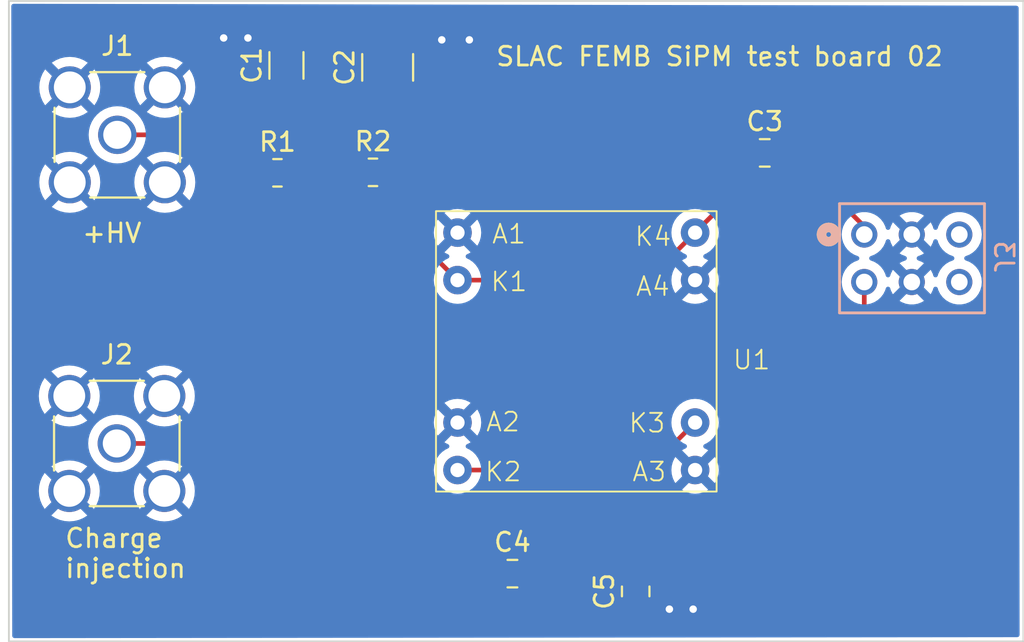
<source format=kicad_pcb>
(kicad_pcb (version 20221018) (generator pcbnew)
  (layers (0 "F.Cu" signal) (31 "B.Cu" signal) (34 "B.Paste" user) (35 "F.Paste" user) (36 "B.SilkS" user "B.Silkscreen") (37 "F.SilkS" user "F.Silkscreen") (38 "B.Mask" user) (39 "F.Mask" user) (44 "Edge.Cuts" user))
  (net 0 "")
  (net 1 "Net-(C1-Pad1)")
  (net 2 "GND")
  (net 3 "Net-(C2-Pad1)")
  (net 4 "Net-(C3-Pad2)")
  (net 5 "Net-(J2-Pin_1)")
  (net 6 "Net-(C4-Pad2)")
  (net 7 "Net-(J1-Pin_1)")
  (footprint "Connector_Coaxial:SMA_Amphenol_132134-11_Vertical" (layer "F.Cu") (at 75.8723 48.1584)
    (fp_text reference "J1" (at 0 -4.75) (layer "F.SilkS"))
    (fp_text value "Conn_01x02_Pin")
    (fp_line (start -3.355 -1.45) (end -3.355 1.45) (stroke (width 0.12)) (layer "F.SilkS"))
    (fp_line (start -1.45 -3.355) (end 1.45 -3.355) (stroke (width 0.12)) (layer "F.SilkS"))
    (fp_line (start -1.45 3.355) (end 1.45 3.355) (stroke (width 0.12)) (layer "F.SilkS"))
    (fp_line (start 3.355 -1.45) (end 3.355 1.45) (stroke (width 0.12)) (layer "F.SilkS"))
    (pad "1" thru_hole circle (at 0 0) (size 2.05 2.05) (drill 1.5) (layers "*.Cu" "*.Mask") (net 7 "Net-(J1-Pin_1)"))
    (pad "2" thru_hole circle (at -2.54 -2.54) (size 2.25 2.25) (drill 1.7) (layers "*.Cu" "*.Mask") (net 2 "GND"))
    (pad "2" thru_hole circle (at -2.54 2.54) (size 2.25 2.25) (drill 1.7) (layers "*.Cu" "*.Mask") (net 2 "GND"))
    (pad "2" thru_hole circle (at 2.54 -2.54) (size 2.25 2.25) (drill 1.7) (layers "*.Cu" "*.Mask") (net 2 "GND"))
    (pad "2" thru_hole circle (at 2.54 2.54) (size 2.25 2.25) (drill 1.7) (layers "*.Cu" "*.Mask") (net 2 "GND"))
  )
  (footprint "Capacitor_SMD:C_1206_3216Metric" (layer "F.Cu") (at 84.9147 44.4464 90)
    (fp_text reference "C1" (at 0 -1.85 90) (layer "F.SilkS"))
    (fp_text value "C")
    (fp_line (start -0.711252 -0.91) (end 0.711252 -0.91) (stroke (width 0.12)) (layer "F.SilkS"))
    (fp_line (start -0.711252 0.91) (end 0.711252 0.91) (stroke (width 0.12)) (layer "F.SilkS"))
    (pad "1" smd roundrect (at -1.475 0 90) (size 1.15 1.8) (layers "F.Cu" "F.Paste" "F.Mask") (roundrect_rratio 0.217391) (net 1 "Net-(C1-Pad1)"))
    (pad "2" smd roundrect (at 1.475 0 90) (size 1.15 1.8) (layers "F.Cu" "F.Paste" "F.Mask") (roundrect_rratio 0.217391) (net 2 "GND"))
  )
  (footprint "Capacitor_SMD:C_1210_3225Metric" (layer "F.Cu") (at 90.3249 44.5498 90)
    (fp_text reference "C2" (at 0 -2.3 90) (layer "F.SilkS"))
    (fp_text value "C")
    (fp_line (start -0.711252 -1.36) (end 0.711252 -1.36) (stroke (width 0.12)) (layer "F.SilkS"))
    (fp_line (start -0.711252 1.36) (end 0.711252 1.36) (stroke (width 0.12)) (layer "F.SilkS"))
    (pad "1" smd roundrect (at -1.475 0 90) (size 1.15 2.7) (layers "F.Cu" "F.Paste" "F.Mask") (roundrect_rratio 0.217391) (net 3 "Net-(C2-Pad1)"))
    (pad "2" smd roundrect (at 1.475 0 90) (size 1.15 2.7) (layers "F.Cu" "F.Paste" "F.Mask") (roundrect_rratio 0.217391) (net 2 "GND"))
  )
  (footprint "Capacitor_SMD:C_0805_2012Metric" (layer "F.Cu") (at 96.9949 71.633)
    (fp_text reference "C4" (at 0 -1.68) (layer "F.SilkS"))
    (fp_text value "Charge injection")
    (fp_line (start -0.261252 -0.735) (end 0.261252 -0.735) (stroke (width 0.12)) (layer "F.SilkS"))
    (fp_line (start -0.261252 0.735) (end 0.261252 0.735) (stroke (width 0.12)) (layer "F.SilkS"))
    (pad "1" smd roundrect (at -0.95 0) (size 1 1.45) (layers "F.Cu" "F.Paste" "F.Mask") (net 5 "Net-(J2-Pin_1)"))
    (pad "2" smd roundrect (at 0.95 0) (size 1 1.45) (layers "F.Cu" "F.Paste" "F.Mask") (net 6 "Net-(C4-Pad2)"))
  )
  (footprint "Capacitor_SMD:C_0805_2012Metric" (layer "F.Cu") (at 103.5837 72.583 90)
    (fp_text reference "C5" (at 0 -1.68 90) (layer "F.SilkS"))
    (fp_text value "C_det")
    (fp_line (start -0.261252 -0.735) (end 0.261252 -0.735) (stroke (width 0.12)) (layer "F.SilkS"))
    (fp_line (start -0.261252 0.735) (end 0.261252 0.735) (stroke (width 0.12)) (layer "F.SilkS"))
    (pad "1" smd roundrect (at -0.95 0 90) (size 1 1.45) (layers "F.Cu" "F.Paste" "F.Mask") (net 2 "GND"))
    (pad "2" smd roundrect (at 0.95 0 90) (size 1 1.45) (layers "F.Cu" "F.Paste" "F.Mask") (net 6 "Net-(C4-Pad2)"))
  )
  (footprint "Capacitor_SMD:C_0805_2012Metric" (layer "F.Cu") (at 110.4823 49.1236)
    (fp_text reference "C3" (at 0 -1.68) (layer "F.SilkS"))
    (fp_text value "Cb")
    (fp_line (start -0.261252 -0.735) (end 0.261252 -0.735) (stroke (width 0.12)) (layer "F.SilkS"))
    (fp_line (start -0.261252 0.735) (end 0.261252 0.735) (stroke (width 0.12)) (layer "F.SilkS"))
    (pad "1" smd roundrect (at -0.95 0) (size 1 1.45) (layers "F.Cu" "F.Paste" "F.Mask") (net 3 "Net-(C2-Pad1)"))
    (pad "2" smd roundrect (at 0.95 0) (size 1 1.45) (layers "F.Cu" "F.Paste" "F.Mask") (net 4 "Net-(C3-Pad2)"))
  )
  (footprint "Resistor_SMD:R_0805_2012Metric" (layer "F.Cu") (at 89.5394 50.165)
    (fp_text reference "R2" (at 0 -1.65) (layer "F.SilkS"))
    (fp_text value "R")
    (fp_line (start -0.227064 -0.735) (end 0.227064 -0.735) (stroke (width 0.12)) (layer "F.SilkS"))
    (fp_line (start -0.227064 0.735) (end 0.227064 0.735) (stroke (width 0.12)) (layer "F.SilkS"))
    (pad "1" smd roundrect (at -0.9125 0) (size 1.025 1.4) (layers "F.Cu" "F.Paste" "F.Mask") (roundrect_rratio 0.243902) (net 1 "Net-(C1-Pad1)"))
    (pad "2" smd roundrect (at 0.9125 0) (size 1.025 1.4) (layers "F.Cu" "F.Paste" "F.Mask") (roundrect_rratio 0.243902) (net 3 "Net-(C2-Pad1)"))
  )
  (footprint "Resistor_SMD:R_0805_2012Metric" (layer "F.Cu") (at 84.434 50.1904)
    (fp_text reference "R1" (at 0 -1.65) (layer "F.SilkS"))
    (fp_text value "R")
    (fp_line (start -0.227064 -0.735) (end 0.227064 -0.735) (stroke (width 0.12)) (layer "F.SilkS"))
    (fp_line (start -0.227064 0.735) (end 0.227064 0.735) (stroke (width 0.12)) (layer "F.SilkS"))
    (pad "1" smd roundrect (at -0.9125 0) (size 1.025 1.4) (layers "F.Cu" "F.Paste" "F.Mask") (roundrect_rratio 0.243902) (net 7 "Net-(J1-Pin_1)"))
    (pad "2" smd roundrect (at 0.9125 0) (size 1.025 1.4) (layers "F.Cu" "F.Paste" "F.Mask") (roundrect_rratio 0.243902) (net 1 "Net-(C1-Pad1)"))
  )
  (footprint "Connector_Coaxial:SMA_Amphenol_132134-11_Vertical" (layer "F.Cu") (at 75.8469 64.6684)
    (fp_text reference "J2" (at 0 -4.75) (layer "F.SilkS"))
    (fp_text value "Conn_01x02_Pin")
    (fp_line (start -3.355 -1.45) (end -3.355 1.45) (stroke (width 0.12)) (layer "F.SilkS"))
    (fp_line (start -1.45 -3.355) (end 1.45 -3.355) (stroke (width 0.12)) (layer "F.SilkS"))
    (fp_line (start -1.45 3.355) (end 1.45 3.355) (stroke (width 0.12)) (layer "F.SilkS"))
    (fp_line (start 3.355 -1.45) (end 3.355 1.45) (stroke (width 0.12)) (layer "F.SilkS"))
    (pad "1" thru_hole circle (at 0 0) (size 2.05 2.05) (drill 1.5) (layers "*.Cu" "*.Mask") (net 5 "Net-(J2-Pin_1)"))
    (pad "2" thru_hole circle (at -2.54 -2.54) (size 2.25 2.25) (drill 1.7) (layers "*.Cu" "*.Mask") (net 2 "GND"))
    (pad "2" thru_hole circle (at -2.54 2.54) (size 2.25 2.25) (drill 1.7) (layers "*.Cu" "*.Mask") (net 2 "GND"))
    (pad "2" thru_hole circle (at 2.54 -2.54) (size 2.25 2.25) (drill 1.7) (layers "*.Cu" "*.Mask") (net 2 "GND"))
    (pad "2" thru_hole circle (at 2.54 2.54) (size 2.25 2.25) (drill 1.7) (layers "*.Cu" "*.Mask") (net 2 "GND"))
  )
  (footprint "SiPM:SiPM array" (layer "F.Cu") (at 100.4087 59.7408)
    (fp_text reference "U1" (at 9.3701 0.4572 unlocked) (layer "F.SilkS") (effects (font (thickness 0.1))))
    (fp_text value "~")
    (fp_text user "A4" (at 3.12 -2.89 unlocked) (layer "F.SilkS") (effects (font (thickness 0.1)) (justify left bottom)))
    (fp_text user "K2" (at -4.95 7.03 unlocked) (layer "F.SilkS") (effects (font (thickness 0.1)) (justify left bottom)))
    (fp_text user "K4" (at 3.06 -5.56 unlocked) (layer "F.SilkS") (effects (font (thickness 0.1)) (justify left bottom)))
    (fp_text user "A2" (at -4.89 4.36 unlocked) (layer "F.SilkS") (effects (font (thickness 0.1)) (justify left bottom)))
    (fp_text user "K3" (at 2.74 4.42 unlocked) (layer "F.SilkS") (effects (font (thickness 0.1)) (justify left bottom)))
    (fp_text user "A3" (at 2.93 7.03 unlocked) (layer "F.SilkS") (effects (font (thickness 0.1)) (justify left bottom)))
    (fp_text user "K1" (at -4.64 -3.14 unlocked) (layer "F.SilkS") (effects (font (thickness 0.1)) (justify left bottom)))
    (fp_text user "A1" (at -4.57 -5.69 unlocked) (layer "F.SilkS") (effects (font (thickness 0.1)) (justify left bottom)))
    (fp_rect (start -7.5 -7.5) (end 7.5 7.5) (stroke (width 0.1)) (fill none) (layer "F.SilkS"))
    (pad "A1" thru_hole circle (at -6.35 -6.35) (size 1.524 1.524) (drill 0.762) (layers "*.Cu" "*.Mask") (net 2 "GND"))
    (pad "A2" thru_hole circle (at -6.35 3.81) (size 1.524 1.524) (drill 0.762) (layers "*.Cu" "*.Mask") (net 2 "GND"))
    (pad "A3" thru_hole circle (at 6.35 6.35) (size 1.524 1.524) (drill 0.762) (layers "*.Cu" "*.Mask") (net 2 "GND"))
    (pad "A4" thru_hole circle (at 6.35 -3.81) (size 1.524 1.524) (drill 0.762) (layers "*.Cu" "*.Mask") (net 2 "GND"))
    (pad "K1" thru_hole circle (at -6.35 -3.81) (size 1.524 1.524) (drill 0.762) (layers "*.Cu" "*.Mask") (net 3 "Net-(C2-Pad1)"))
    (pad "K2" thru_hole circle (at -6.35 6.35) (size 1.524 1.524) (drill 0.762) (layers "*.Cu" "*.Mask") (net 3 "Net-(C2-Pad1)"))
    (pad "K3" thru_hole circle (at 6.35 3.81) (size 1.524 1.524) (drill 0.762) (layers "*.Cu" "*.Mask") (net 3 "Net-(C2-Pad1)"))
    (pad "K4" thru_hole circle (at 6.35 -6.35) (size 1.524 1.524) (drill 0.762) (layers "*.Cu" "*.Mask") (net 3 "Net-(C2-Pad1)"))
  )
  (footprint "TSW_102_07_G_T:CON6_3X2_TU_TSW_SAI" (layer "B.Cu") (at 118.3411 54.7624 90)
    (fp_text reference "J3" (at 0.0762 4.9251 270 unlocked) (layer "B.SilkS") (effects (justify mirror)))
    (fp_text value "TSW-102-07-G-T")
    (fp_line (start -2.921 -3.8608) (end 2.921 -3.8608) (stroke (width 0.1524)) (layer "B.SilkS"))
    (fp_line (start -2.921 3.8862) (end -2.921 -3.8608) (stroke (width 0.1524)) (layer "B.SilkS"))
    (fp_line (start 2.921 -3.8608) (end 2.921 3.8862) (stroke (width 0.1524)) (layer "B.SilkS"))
    (fp_line (start 2.921 3.8862) (end -2.921 3.8862) (stroke (width 0.1524)) (layer "B.SilkS"))
    (fp_circle (center 1.27 -4.445) (end 1.651 -4.445) (stroke (width 0.508)) (fill none) (layer "B.SilkS"))
    (fp_circle (center 1.27 -4.445) (end 1.651 -4.445) (stroke (width 0.508)) (fill none) (layer "F.SilkS"))
    (pad "1" thru_hole circle (at 1.27 -2.54) (size 1.397 1.397) (drill 0.889) (layers "*.Cu" "*.Mask") (net 4 "Net-(C3-Pad2)"))
    (pad "2" thru_hole circle (at 1.27 0) (size 1.397 1.397) (drill 0.889) (layers "*.Cu" "*.Mask") (net 2 "GND"))
    (pad "3" thru_hole circle (at 1.27 2.54) (size 1.397 1.397) (drill 0.889) (layers "*.Cu" "*.Mask"))
    (pad "4" thru_hole circle (at -1.27 -2.54) (size 1.397 1.397) (drill 0.889) (layers "*.Cu" "*.Mask") (net 6 "Net-(C4-Pad2)"))
    (pad "5" thru_hole circle (at -1.27 0) (size 1.397 1.397) (drill 0.889) (layers "*.Cu" "*.Mask") (net 2 "GND"))
    (pad "6" thru_hole circle (at -1.27 2.54) (size 1.397 1.397) (drill 0.889) (layers "*.Cu" "*.Mask"))
  )
  (gr_rect (start 70.0786 40.9956) (end 124.3076 75.2602) (stroke (width 0.1)) (fill none) (layer "Edge.Cuts"))
  (gr_text "+HV" (at 73.914 54.0004) (layer "F.SilkS") (effects (font (size 1 1)) (justify left bottom)))
  (gr_text "Charge\ninjection" (at 72.9996 71.9328) (layer "F.SilkS") (effects (font (size 1 1)) (justify left bottom)))
  (gr_text "SLAC FEMB SiPM test board 02\n" (at 96.0374 44.5516) (layer "F.SilkS") (effects (font (size 1 1)) (justify left bottom)))
  (segment (start 85.3719 50.165) (end 85.3465 50.1904) (width 0.25) (layer "F.Cu") (net 1))
  (segment (start 88.6269 50.165) (end 85.3719 50.165) (width 0.25) (layer "F.Cu") (net 1))
  (segment (start 84.9147 45.9214) (end 84.9147 49.7586) (width 0.25) (layer "F.Cu") (net 1))
  (segment (start 84.9147 49.7586) (end 85.3465 50.1904) (width 0.25) (layer "F.Cu") (net 1))
  (segment (start 82.8548 42.9768) (end 81.5594 42.9768) (width 0.25) (layer "F.Cu") (net 2))
  (segment (start 84.9147 42.9714) (end 82.8602 42.9714) (width 0.25) (layer "F.Cu") (net 2))
  (segment (start 103.5837 73.533) (end 105.3846 73.533) (width 0.25) (layer "F.Cu") (net 2))
  (segment (start 82.8602 42.9714) (end 82.8548 42.9768) (width 0.25) (layer "F.Cu") (net 2))
  (segment (start 105.3846 73.533) (end 106.6546 73.533) (width 0.25) (layer "F.Cu") (net 2))
  (segment (start 90.3249 43.0748) (end 93.2144 43.0748) (width 0.25) (layer "F.Cu") (net 2))
  (segment (start 93.218 43.0784) (end 94.6912 43.0784) (width 0.25) (layer "F.Cu") (net 2))
  (segment (start 93.2144 43.0748) (end 93.218 43.0784) (width 0.25) (layer "F.Cu") (net 2))
  (via (at 94.6912 43.0784) (size 0.8) (drill 0.4) (layers "F.Cu" "B.Cu") (net 2))
  (via (at 105.3846 73.533) (size 0.8) (drill 0.4) (layers "F.Cu" "B.Cu") (net 2))
  (via (at 82.8548 42.9768) (size 0.8) (drill 0.4) (layers "F.Cu" "B.Cu") (net 2))
  (via (at 81.5594 42.9768) (size 0.8) (drill 0.4) (layers "F.Cu" "B.Cu") (net 2))
  (via (at 93.218 43.0784) (size 0.8) (drill 0.4) (layers "F.Cu" "B.Cu") (net 2))
  (via (at 106.6546 73.533) (size 0.8) (drill 0.4) (layers "F.Cu" "B.Cu") (net 2))
  (segment (start 109.474 49.1819) (end 109.5323 49.1236) (width 0.25) (layer "F.Cu") (net 3))
  (segment (start 109.474 50.6755) (end 109.474 49.1819) (width 0.25) (layer "F.Cu") (net 3))
  (segment (start 90.4519 50.165) (end 90.4519 52.324) (width 0.25) (layer "F.Cu") (net 3))
  (segment (start 100.584 64.3128) (end 100.584 57.2008) (width 0.25) (layer "F.Cu") (net 3))
  (segment (start 104.2187 66.0908) (end 106.7587 63.5508) (width 0.25) (layer "F.Cu") (net 3))
  (segment (start 94.0587 55.9308) (end 101.854 55.9308) (width 0.25) (layer "F.Cu") (net 3))
  (segment (start 106.7587 53.3908) (end 109.474 50.6755) (width 0.25) (layer "F.Cu") (net 3))
  (segment (start 98.806 66.0908) (end 100.584 64.3128) (width 0.25) (layer "F.Cu") (net 3))
  (segment (start 90.3249 46.0248) (end 90.3249 50.038) (width 0.25) (layer "F.Cu") (net 3))
  (segment (start 100.584 57.2008) (end 101.854 55.9308) (width 0.25) (layer "F.Cu") (net 3))
  (segment (start 90.8329 50.165) (end 90.4519 50.165) (width 0.25) (layer "F.Cu") (net 3))
  (segment (start 90.3249 50.038) (end 90.4519 50.165) (width 0.25) (layer "F.Cu") (net 3))
  (segment (start 90.4519 52.324) (end 94.0587 55.9308) (width 0.25) (layer "F.Cu") (net 3))
  (segment (start 104.2187 55.9308) (end 106.7587 53.3908) (width 0.25) (layer "F.Cu") (net 3))
  (segment (start 94.0587 66.0908) (end 98.806 66.0908) (width 0.25) (layer "F.Cu") (net 3))
  (segment (start 98.806 66.0908) (end 104.2187 66.0908) (width 0.25) (layer "F.Cu") (net 3))
  (segment (start 101.854 55.9308) (end 104.2187 55.9308) (width 0.25) (layer "F.Cu") (net 3))
  (segment (start 111.4323 49.1236) (end 111.8641 49.1236) (width 0.25) (layer "F.Cu") (net 4))
  (segment (start 111.8641 49.1236) (end 115.8773 53.1368) (width 0.25) (layer "F.Cu") (net 4))
  (segment (start 81.4095 64.6684) (end 81.4349 64.643) (width 0.25) (layer "F.Cu") (net 5))
  (segment (start 96.0449 71.633) (end 88.4249 71.633) (width 0.25) (layer "F.Cu") (net 5))
  (segment (start 88.4249 71.633) (end 81.4349 64.643) (width 0.25) (layer "F.Cu") (net 5))
  (segment (start 75.8469 64.6684) (end 81.4095 64.6684) (width 0.25) (layer "F.Cu") (net 5))
  (segment (start 115.8011 56.0324) (end 115.8011 65.3542) (width 0.25) (layer "F.Cu") (net 6))
  (segment (start 115.8011 65.3542) (end 109.4765 71.6788) (width 0.25) (layer "F.Cu") (net 6))
  (segment (start 109.4765 71.6788) (end 103.6295 71.6788) (width 0.25) (layer "F.Cu") (net 6))
  (segment (start 103.6295 71.6788) (end 103.5837 71.633) (width 0.25) (layer "F.Cu") (net 6))
  (segment (start 103.5837 71.633) (end 97.9449 71.633) (width 0.25) (layer "F.Cu") (net 6))
  (segment (start 80.0887 48.133) (end 80.0633 48.1584) (width 0.25) (layer "F.Cu") (net 7))
  (segment (start 82.1461 50.1904) (end 80.0887 48.133) (width 0.25) (layer "F.Cu") (net 7))
  (segment (start 83.5215 50.1904) (end 82.1461 50.1904) (width 0.25) (layer "F.Cu") (net 7))
  (segment (start 80.0633 48.1584) (end 75.8723 48.1584) (width 0.25) (layer "F.Cu") (net 7))
  (zone (net 2) (net_name "GND") (layer "B.Cu") (connect_pads (clearance 0.5)) (min_thickness 0.25) (fill yes (thermal_gap 0.5) (thermal_bridge_width 0.5))
    (polygon (pts (xy 70.2056 41.148) (xy 124.0536 41.2496) (xy 124.1044 75.0316) (xy 70.2564 75.0824)))
  )
)
</source>
